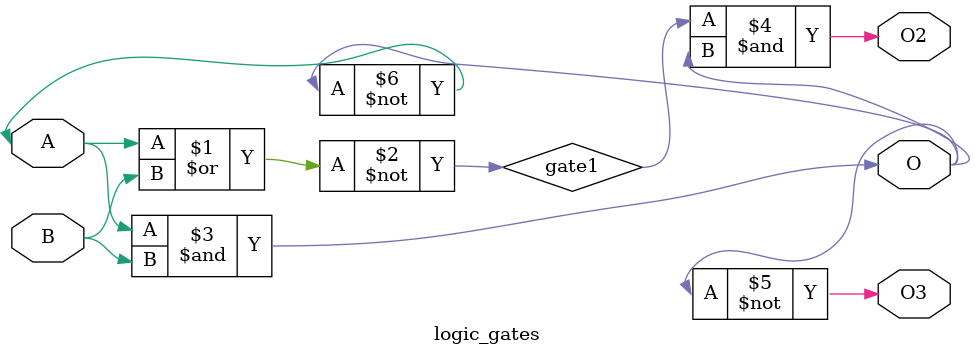
<source format=v>
module logic_gates(A,B,O,O2,O3);
  	input A,B;
  	output O,O2,O3;
  
  	wire gate1; // wires intermedios
  
  nor n1(gate1,A,B);
  and a1(O,A,B);
  and a2(O2,gate1,O);
  not n1(O3,A,O);
  
endmodule

</source>
